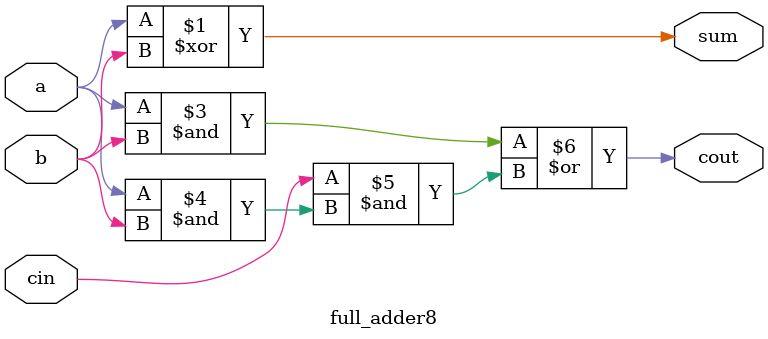
<source format=v>
module full_adder8(a,b,cin,sum,cout);
input a,b,cin;
output sum,cout;
assign sum = a^b^1'b0;
assign cout = a&b|cin&(a&b); 
// initial begin
//     $display("The incorrect adder with xor1 having in2/0");
// end   
endmodule
</source>
